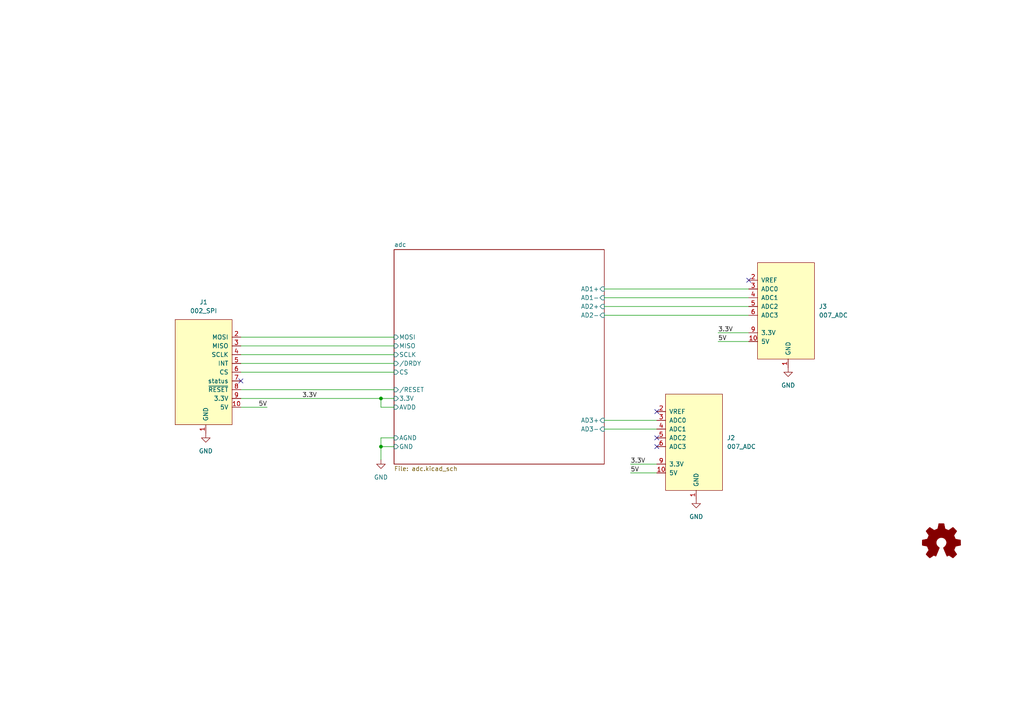
<source format=kicad_sch>
(kicad_sch (version 20211123) (generator eeschema)

  (uuid 57732dd3-1162-4c3f-88bd-31bf473d124d)

  (paper "A4")

  (lib_symbols
    (symbol "Graphic:Logo_Open_Hardware_Small" (pin_names (offset 1.016)) (in_bom yes) (on_board yes)
      (property "Reference" "#LOGO" (id 0) (at 0 6.985 0)
        (effects (font (size 1.27 1.27)) hide)
      )
      (property "Value" "Logo_Open_Hardware_Small" (id 1) (at 0 -5.715 0)
        (effects (font (size 1.27 1.27)) hide)
      )
      (property "Footprint" "" (id 2) (at 0 0 0)
        (effects (font (size 1.27 1.27)) hide)
      )
      (property "Datasheet" "~" (id 3) (at 0 0 0)
        (effects (font (size 1.27 1.27)) hide)
      )
      (property "ki_keywords" "Logo" (id 4) (at 0 0 0)
        (effects (font (size 1.27 1.27)) hide)
      )
      (property "ki_description" "Open Hardware logo, small" (id 5) (at 0 0 0)
        (effects (font (size 1.27 1.27)) hide)
      )
      (symbol "Logo_Open_Hardware_Small_0_1"
        (polyline
          (pts
            (xy 3.3528 -4.3434)
            (xy 3.302 -4.318)
            (xy 3.175 -4.2418)
            (xy 2.9972 -4.1148)
            (xy 2.7686 -3.9624)
            (xy 2.54 -3.81)
            (xy 2.3622 -3.7084)
            (xy 2.2352 -3.6068)
            (xy 2.1844 -3.5814)
            (xy 2.159 -3.6068)
            (xy 2.0574 -3.6576)
            (xy 1.905 -3.7338)
            (xy 1.8034 -3.7846)
            (xy 1.6764 -3.8354)
            (xy 1.6002 -3.8354)
            (xy 1.6002 -3.8354)
            (xy 1.5494 -3.7338)
            (xy 1.4732 -3.5306)
            (xy 1.3462 -3.302)
            (xy 1.2446 -3.0226)
            (xy 1.1176 -2.7178)
            (xy 0.9652 -2.413)
            (xy 0.8636 -2.1082)
            (xy 0.7366 -1.8288)
            (xy 0.6604 -1.6256)
            (xy 0.6096 -1.4732)
            (xy 0.5842 -1.397)
            (xy 0.5842 -1.397)
            (xy 0.6604 -1.3208)
            (xy 0.7874 -1.2446)
            (xy 1.0414 -1.016)
            (xy 1.2954 -0.6858)
            (xy 1.4478 -0.3302)
            (xy 1.524 0.0762)
            (xy 1.4732 0.4572)
            (xy 1.3208 0.8128)
            (xy 1.0668 1.143)
            (xy 0.762 1.3716)
            (xy 0.4064 1.524)
            (xy 0 1.5748)
            (xy -0.381 1.5494)
            (xy -0.7366 1.397)
            (xy -1.0668 1.143)
            (xy -1.2192 0.9906)
            (xy -1.397 0.6604)
            (xy -1.524 0.3048)
            (xy -1.524 0.2286)
            (xy -1.4986 -0.1778)
            (xy -1.397 -0.5334)
            (xy -1.1938 -0.8636)
            (xy -0.9144 -1.143)
            (xy -0.8636 -1.1684)
            (xy -0.7366 -1.27)
            (xy -0.635 -1.3462)
            (xy -0.5842 -1.397)
            (xy -1.0668 -2.5908)
            (xy -1.143 -2.794)
            (xy -1.2954 -3.1242)
            (xy -1.397 -3.4036)
            (xy -1.4986 -3.6322)
            (xy -1.5748 -3.7846)
            (xy -1.6002 -3.8354)
            (xy -1.6002 -3.8354)
            (xy -1.651 -3.8354)
            (xy -1.7272 -3.81)
            (xy -1.905 -3.7338)
            (xy -2.0066 -3.683)
            (xy -2.1336 -3.6068)
            (xy -2.2098 -3.5814)
            (xy -2.2606 -3.6068)
            (xy -2.3622 -3.683)
            (xy -2.54 -3.81)
            (xy -2.7686 -3.9624)
            (xy -2.9718 -4.0894)
            (xy -3.1496 -4.2164)
            (xy -3.302 -4.318)
            (xy -3.3528 -4.3434)
            (xy -3.3782 -4.3434)
            (xy -3.429 -4.318)
            (xy -3.5306 -4.2164)
            (xy -3.7084 -4.064)
            (xy -3.937 -3.8354)
            (xy -3.9624 -3.81)
            (xy -4.1656 -3.6068)
            (xy -4.318 -3.4544)
            (xy -4.4196 -3.3274)
            (xy -4.445 -3.2766)
            (xy -4.445 -3.2766)
            (xy -4.4196 -3.2258)
            (xy -4.318 -3.0734)
            (xy -4.2164 -2.8956)
            (xy -4.064 -2.667)
            (xy -3.6576 -2.0828)
            (xy -3.8862 -1.5494)
            (xy -3.937 -1.3716)
            (xy -4.0386 -1.1684)
            (xy -4.0894 -1.0414)
            (xy -4.1148 -0.9652)
            (xy -4.191 -0.9398)
            (xy -4.318 -0.9144)
            (xy -4.5466 -0.8636)
            (xy -4.8006 -0.8128)
            (xy -5.0546 -0.7874)
            (xy -5.2578 -0.7366)
            (xy -5.4356 -0.7112)
            (xy -5.5118 -0.6858)
            (xy -5.5118 -0.6858)
            (xy -5.5372 -0.635)
            (xy -5.5372 -0.5588)
            (xy -5.5372 -0.4318)
            (xy -5.5626 -0.2286)
            (xy -5.5626 0.0762)
            (xy -5.5626 0.127)
            (xy -5.5372 0.4064)
            (xy -5.5372 0.635)
            (xy -5.5372 0.762)
            (xy -5.5372 0.8382)
            (xy -5.5372 0.8382)
            (xy -5.461 0.8382)
            (xy -5.3086 0.889)
            (xy -5.08 0.9144)
            (xy -4.826 0.9652)
            (xy -4.8006 0.9906)
            (xy -4.5466 1.0414)
            (xy -4.318 1.0668)
            (xy -4.1656 1.1176)
            (xy -4.0894 1.143)
            (xy -4.0894 1.143)
            (xy -4.0386 1.2446)
            (xy -3.9624 1.4224)
            (xy -3.8608 1.6256)
            (xy -3.7846 1.8288)
            (xy -3.7084 2.0066)
            (xy -3.6576 2.159)
            (xy -3.6322 2.2098)
            (xy -3.6322 2.2098)
            (xy -3.683 2.286)
            (xy -3.7592 2.413)
            (xy -3.8862 2.5908)
            (xy -4.064 2.8194)
            (xy -4.064 2.8448)
            (xy -4.2164 3.0734)
            (xy -4.3434 3.2512)
            (xy -4.4196 3.3782)
            (xy -4.445 3.4544)
            (xy -4.445 3.4544)
            (xy -4.3942 3.5052)
            (xy -4.2926 3.6322)
            (xy -4.1148 3.81)
            (xy -3.937 4.0132)
            (xy -3.8608 4.064)
            (xy -3.6576 4.2926)
            (xy -3.5052 4.4196)
            (xy -3.4036 4.4958)
            (xy -3.3528 4.5212)
            (xy -3.3528 4.5212)
            (xy -3.302 4.4704)
            (xy -3.1496 4.3688)
            (xy -2.9718 4.2418)
            (xy -2.7432 4.0894)
            (xy -2.7178 4.0894)
            (xy -2.4892 3.937)
            (xy -2.3114 3.81)
            (xy -2.1844 3.7084)
            (xy -2.1336 3.683)
            (xy -2.1082 3.683)
            (xy -2.032 3.7084)
            (xy -1.8542 3.7592)
            (xy -1.6764 3.8354)
            (xy -1.4732 3.937)
            (xy -1.27 4.0132)
            (xy -1.143 4.064)
            (xy -1.0668 4.1148)
            (xy -1.0668 4.1148)
            (xy -1.0414 4.191)
            (xy -1.016 4.3434)
            (xy -0.9652 4.572)
            (xy -0.9144 4.8514)
            (xy -0.889 4.9022)
            (xy -0.8382 5.1562)
            (xy -0.8128 5.3848)
            (xy -0.7874 5.5372)
            (xy -0.762 5.588)
            (xy -0.7112 5.6134)
            (xy -0.5842 5.6134)
            (xy -0.4064 5.6134)
            (xy -0.1524 5.6134)
            (xy 0.0762 5.6134)
            (xy 0.3302 5.6134)
            (xy 0.5334 5.6134)
            (xy 0.6858 5.588)
            (xy 0.7366 5.588)
            (xy 0.7366 5.588)
            (xy 0.762 5.5118)
            (xy 0.8128 5.334)
            (xy 0.8382 5.1054)
            (xy 0.9144 4.826)
            (xy 0.9144 4.7752)
            (xy 0.9652 4.5212)
            (xy 1.016 4.2926)
            (xy 1.0414 4.1402)
            (xy 1.0668 4.0894)
            (xy 1.0668 4.0894)
            (xy 1.1938 4.0386)
            (xy 1.3716 3.9624)
            (xy 1.5748 3.8608)
            (xy 2.0828 3.6576)
            (xy 2.7178 4.0894)
            (xy 2.7686 4.1402)
            (xy 2.9972 4.2926)
            (xy 3.175 4.4196)
            (xy 3.302 4.4958)
            (xy 3.3782 4.5212)
            (xy 3.3782 4.5212)
            (xy 3.429 4.4704)
            (xy 3.556 4.3434)
            (xy 3.7338 4.191)
            (xy 3.9116 3.9878)
            (xy 4.064 3.8354)
            (xy 4.2418 3.6576)
            (xy 4.3434 3.556)
            (xy 4.4196 3.4798)
            (xy 4.4196 3.429)
            (xy 4.4196 3.4036)
            (xy 4.3942 3.3274)
            (xy 4.2926 3.2004)
            (xy 4.1656 2.9972)
            (xy 4.0132 2.794)
            (xy 3.8862 2.5908)
            (xy 3.7592 2.3876)
            (xy 3.6576 2.2352)
            (xy 3.6322 2.159)
            (xy 3.6322 2.1336)
            (xy 3.683 2.0066)
            (xy 3.7592 1.8288)
            (xy 3.8608 1.6002)
            (xy 4.064 1.1176)
            (xy 4.3942 1.0414)
            (xy 4.5974 1.016)
            (xy 4.8768 0.9652)
            (xy 5.1308 0.9144)
            (xy 5.5372 0.8382)
            (xy 5.5626 -0.6604)
            (xy 5.4864 -0.6858)
            (xy 5.4356 -0.6858)
            (xy 5.2832 -0.7366)
            (xy 5.0546 -0.762)
            (xy 4.8006 -0.8128)
            (xy 4.5974 -0.8636)
            (xy 4.3688 -0.9144)
            (xy 4.2164 -0.9398)
            (xy 4.1402 -0.9398)
            (xy 4.1148 -0.9652)
            (xy 4.064 -1.0668)
            (xy 3.9878 -1.2446)
            (xy 3.9116 -1.4478)
            (xy 3.81 -1.651)
            (xy 3.7338 -1.8542)
            (xy 3.683 -2.0066)
            (xy 3.6576 -2.0828)
            (xy 3.683 -2.1336)
            (xy 3.7846 -2.2606)
            (xy 3.8862 -2.4638)
            (xy 4.0386 -2.667)
            (xy 4.191 -2.8956)
            (xy 4.318 -3.0734)
            (xy 4.3942 -3.2004)
            (xy 4.445 -3.2766)
            (xy 4.4196 -3.3274)
            (xy 4.3434 -3.429)
            (xy 4.1656 -3.5814)
            (xy 3.937 -3.8354)
            (xy 3.8862 -3.8608)
            (xy 3.683 -4.064)
            (xy 3.5306 -4.2164)
            (xy 3.4036 -4.318)
            (xy 3.3528 -4.3434)
          )
          (stroke (width 0) (type default) (color 0 0 0 0))
          (fill (type outline))
        )
      )
    )
    (symbol "power:GND" (power) (pin_names (offset 0)) (in_bom yes) (on_board yes)
      (property "Reference" "#PWR" (id 0) (at 0 -6.35 0)
        (effects (font (size 1.27 1.27)) hide)
      )
      (property "Value" "GND" (id 1) (at 0 -3.81 0)
        (effects (font (size 1.27 1.27)))
      )
      (property "Footprint" "" (id 2) (at 0 0 0)
        (effects (font (size 1.27 1.27)) hide)
      )
      (property "Datasheet" "" (id 3) (at 0 0 0)
        (effects (font (size 1.27 1.27)) hide)
      )
      (property "ki_keywords" "power-flag" (id 4) (at 0 0 0)
        (effects (font (size 1.27 1.27)) hide)
      )
      (property "ki_description" "Power symbol creates a global label with name \"GND\" , ground" (id 5) (at 0 0 0)
        (effects (font (size 1.27 1.27)) hide)
      )
      (symbol "GND_0_1"
        (polyline
          (pts
            (xy 0 0)
            (xy 0 -1.27)
            (xy 1.27 -1.27)
            (xy 0 -2.54)
            (xy -1.27 -1.27)
            (xy 0 -1.27)
          )
          (stroke (width 0) (type default) (color 0 0 0 0))
          (fill (type none))
        )
      )
      (symbol "GND_1_1"
        (pin power_in line (at 0 0 270) (length 0) hide
          (name "GND" (effects (font (size 1.27 1.27))))
          (number "1" (effects (font (size 1.27 1.27))))
        )
      )
    )
    (symbol "put_on_edge:002_SPI" (pin_names (offset 1.016)) (in_bom yes) (on_board yes)
      (property "Reference" "J" (id 0) (at -1.27 13.97 0)
        (effects (font (size 1.27 1.27)))
      )
      (property "Value" "002_SPI" (id 1) (at 10.16 13.97 0)
        (effects (font (size 1.27 1.27)))
      )
      (property "Footprint" "" (id 2) (at 8.89 16.51 0)
        (effects (font (size 1.27 1.27)) hide)
      )
      (property "Datasheet" "" (id 3) (at 8.89 16.51 0)
        (effects (font (size 1.27 1.27)) hide)
      )
      (symbol "002_SPI_0_1"
        (rectangle (start -7.62 12.7) (end 8.89 -17.78)
          (stroke (width 0) (type default) (color 0 0 0 0))
          (fill (type background))
        )
      )
      (symbol "002_SPI_1_1"
        (pin power_in line (at 0 -20.32 90) (length 2.54)
          (name "GND" (effects (font (size 1.27 1.27))))
          (number "1" (effects (font (size 1.27 1.27))))
        )
        (pin power_in line (at -10.16 -12.7 0) (length 2.54)
          (name "5V" (effects (font (size 1.27 1.27))))
          (number "10" (effects (font (size 1.27 1.27))))
        )
        (pin bidirectional line (at -10.16 7.62 0) (length 2.54)
          (name "MOSI" (effects (font (size 1.27 1.27))))
          (number "2" (effects (font (size 1.27 1.27))))
        )
        (pin bidirectional line (at -10.16 5.08 0) (length 2.54)
          (name "MISO" (effects (font (size 1.27 1.27))))
          (number "3" (effects (font (size 1.27 1.27))))
        )
        (pin bidirectional line (at -10.16 2.54 0) (length 2.54)
          (name "SCLK" (effects (font (size 1.27 1.27))))
          (number "4" (effects (font (size 1.27 1.27))))
        )
        (pin bidirectional line (at -10.16 0 0) (length 2.54)
          (name "INT" (effects (font (size 1.27 1.27))))
          (number "5" (effects (font (size 1.27 1.27))))
        )
        (pin bidirectional line (at -10.16 -2.54 0) (length 2.54)
          (name "CS" (effects (font (size 1.27 1.27))))
          (number "6" (effects (font (size 1.27 1.27))))
        )
        (pin bidirectional line (at -10.16 -5.08 0) (length 2.54)
          (name "status" (effects (font (size 1.27 1.27))))
          (number "7" (effects (font (size 1.27 1.27))))
        )
        (pin bidirectional line (at -10.16 -7.62 0) (length 2.54)
          (name "~{RESET}" (effects (font (size 1.27 1.27))))
          (number "8" (effects (font (size 1.27 1.27))))
        )
        (pin power_in line (at -10.16 -10.16 0) (length 2.54)
          (name "3.3V" (effects (font (size 1.27 1.27))))
          (number "9" (effects (font (size 1.27 1.27))))
        )
      )
    )
    (symbol "put_on_edge:007_ADC" (pin_names (offset 1.016)) (in_bom yes) (on_board yes)
      (property "Reference" "J" (id 0) (at -2.54 13.97 0)
        (effects (font (size 1.27 1.27)))
      )
      (property "Value" "007_ADC" (id 1) (at 8.89 13.97 0)
        (effects (font (size 1.27 1.27)))
      )
      (property "Footprint" "" (id 2) (at 7.62 16.51 0)
        (effects (font (size 1.27 1.27)) hide)
      )
      (property "Datasheet" "" (id 3) (at 7.62 16.51 0)
        (effects (font (size 1.27 1.27)) hide)
      )
      (symbol "007_ADC_0_1"
        (rectangle (start -8.89 12.7) (end 7.62 -15.24)
          (stroke (width 0) (type default) (color 0 0 0 0))
          (fill (type background))
        )
      )
      (symbol "007_ADC_1_1"
        (pin power_in line (at 0 -17.78 90) (length 2.54)
          (name "GND" (effects (font (size 1.27 1.27))))
          (number "1" (effects (font (size 1.27 1.27))))
        )
        (pin bidirectional line (at -11.43 -10.16 0) (length 2.54)
          (name "5V" (effects (font (size 1.27 1.27))))
          (number "10" (effects (font (size 1.27 1.27))))
        )
        (pin bidirectional line (at -11.43 7.62 0) (length 2.54)
          (name "VREF" (effects (font (size 1.27 1.27))))
          (number "2" (effects (font (size 1.27 1.27))))
        )
        (pin power_in line (at -11.43 5.08 0) (length 2.54)
          (name "ADC0" (effects (font (size 1.27 1.27))))
          (number "3" (effects (font (size 1.27 1.27))))
        )
        (pin bidirectional line (at -11.43 2.54 0) (length 2.54)
          (name "ADC1" (effects (font (size 1.27 1.27))))
          (number "4" (effects (font (size 1.27 1.27))))
        )
        (pin bidirectional line (at -11.43 0 0) (length 2.54)
          (name "ADC2" (effects (font (size 1.27 1.27))))
          (number "5" (effects (font (size 1.27 1.27))))
        )
        (pin bidirectional line (at -11.43 -2.54 0) (length 2.54)
          (name "ADC3" (effects (font (size 1.27 1.27))))
          (number "6" (effects (font (size 1.27 1.27))))
        )
        (pin bidirectional line (at -11.43 -7.62 0) (length 2.54)
          (name "3.3V" (effects (font (size 1.27 1.27))))
          (number "9" (effects (font (size 1.27 1.27))))
        )
      )
    )
  )

  (junction (at 110.49 115.57) (diameter 0) (color 0 0 0 0)
    (uuid 8c40d146-2797-4e58-b3b3-c8c26882d74f)
  )
  (junction (at 110.49 129.54) (diameter 0) (color 0 0 0 0)
    (uuid ce7e52ef-3162-46b8-862f-d4f852e0564c)
  )

  (no_connect (at 217.17 81.28) (uuid 31cee04e-0096-4ff1-ba03-07afe3f23d79))
  (no_connect (at 69.85 110.49) (uuid 35941f79-af6c-4716-a8d4-6221b6cade50))
  (no_connect (at 190.5 129.54) (uuid 36fa0aa0-eba7-4cb4-9dfa-a8f69813214c))
  (no_connect (at 190.5 127) (uuid 7f299320-dfd1-4b5f-8420-dda3f5a18ece))
  (no_connect (at 190.5 119.38) (uuid fb142929-3b5a-47e1-aa25-3e38ab3a3e61))

  (wire (pts (xy 175.26 86.36) (xy 217.17 86.36))
    (stroke (width 0) (type default) (color 0 0 0 0))
    (uuid 049b369a-9b6f-4b82-90d3-d61906fc047f)
  )
  (wire (pts (xy 208.28 99.06) (xy 217.17 99.06))
    (stroke (width 0) (type default) (color 0 0 0 0))
    (uuid 3afeb047-8197-4a13-9293-bd550ecb8590)
  )
  (wire (pts (xy 114.3 118.11) (xy 110.49 118.11))
    (stroke (width 0) (type default) (color 0 0 0 0))
    (uuid 40c447e7-9c81-47e8-a5f5-a389080031e0)
  )
  (wire (pts (xy 69.85 115.57) (xy 110.49 115.57))
    (stroke (width 0) (type default) (color 0 0 0 0))
    (uuid 507e0ba7-2380-4c03-8bf4-172a96509d19)
  )
  (wire (pts (xy 110.49 115.57) (xy 114.3 115.57))
    (stroke (width 0) (type default) (color 0 0 0 0))
    (uuid 69028bde-9909-42ff-b296-31e7815ae335)
  )
  (wire (pts (xy 182.88 134.62) (xy 190.5 134.62))
    (stroke (width 0) (type default) (color 0 0 0 0))
    (uuid 69415b39-04bc-472e-aa81-ae68a452eb17)
  )
  (wire (pts (xy 110.49 133.35) (xy 110.49 129.54))
    (stroke (width 0) (type default) (color 0 0 0 0))
    (uuid 704332b1-56c2-483b-923e-eae4673955e0)
  )
  (wire (pts (xy 69.85 113.03) (xy 114.3 113.03))
    (stroke (width 0) (type default) (color 0 0 0 0))
    (uuid 7391aa05-d947-4b7d-925a-196eb6522a74)
  )
  (wire (pts (xy 175.26 91.44) (xy 217.17 91.44))
    (stroke (width 0) (type default) (color 0 0 0 0))
    (uuid 74b278f4-878d-4976-8281-86d1b6f939fe)
  )
  (wire (pts (xy 69.85 100.33) (xy 114.3 100.33))
    (stroke (width 0) (type default) (color 0 0 0 0))
    (uuid 8361f223-f26b-484c-955a-0da03c72f0d4)
  )
  (wire (pts (xy 114.3 127) (xy 110.49 127))
    (stroke (width 0) (type default) (color 0 0 0 0))
    (uuid 8ef5565d-613f-4262-924e-cec67c58a8cf)
  )
  (wire (pts (xy 110.49 118.11) (xy 110.49 115.57))
    (stroke (width 0) (type default) (color 0 0 0 0))
    (uuid 8fbfe49d-e724-43d7-97fc-be0661486c85)
  )
  (wire (pts (xy 110.49 127) (xy 110.49 129.54))
    (stroke (width 0) (type default) (color 0 0 0 0))
    (uuid 98c08ba7-a2e0-44db-913d-6a8e09b35e2b)
  )
  (wire (pts (xy 175.26 88.9) (xy 217.17 88.9))
    (stroke (width 0) (type default) (color 0 0 0 0))
    (uuid 99aaf6b3-48b0-415a-ac8f-c12fc06dd22c)
  )
  (wire (pts (xy 77.47 118.11) (xy 69.85 118.11))
    (stroke (width 0) (type default) (color 0 0 0 0))
    (uuid 9a63ac4c-dcf7-4431-8c43-64cbd9d14f9a)
  )
  (wire (pts (xy 69.85 107.95) (xy 114.3 107.95))
    (stroke (width 0) (type default) (color 0 0 0 0))
    (uuid 9bea45f0-aa14-48ce-a6a1-bede991f4c58)
  )
  (wire (pts (xy 69.85 102.87) (xy 114.3 102.87))
    (stroke (width 0) (type default) (color 0 0 0 0))
    (uuid a666b32e-a60e-4dc1-a463-a3c19cb4f8dd)
  )
  (wire (pts (xy 69.85 105.41) (xy 114.3 105.41))
    (stroke (width 0) (type default) (color 0 0 0 0))
    (uuid a6cf051a-57f2-408f-8fdc-066596f77ff2)
  )
  (wire (pts (xy 175.26 121.92) (xy 190.5 121.92))
    (stroke (width 0) (type default) (color 0 0 0 0))
    (uuid ae7f37f7-4d12-47f7-b65c-2a15986d0093)
  )
  (wire (pts (xy 110.49 129.54) (xy 114.3 129.54))
    (stroke (width 0) (type default) (color 0 0 0 0))
    (uuid b1377d17-4015-40ad-9109-0af7e217c93d)
  )
  (wire (pts (xy 175.26 83.82) (xy 217.17 83.82))
    (stroke (width 0) (type default) (color 0 0 0 0))
    (uuid b7cc38bb-b964-4db2-8f1f-3b71baa08b22)
  )
  (wire (pts (xy 69.85 97.79) (xy 114.3 97.79))
    (stroke (width 0) (type default) (color 0 0 0 0))
    (uuid ce5f1cc0-ae4d-4c08-8c5c-68571f0fea6e)
  )
  (wire (pts (xy 182.88 137.16) (xy 190.5 137.16))
    (stroke (width 0) (type default) (color 0 0 0 0))
    (uuid e35d25df-67ca-49df-af34-40d2f3759616)
  )
  (wire (pts (xy 208.28 96.52) (xy 217.17 96.52))
    (stroke (width 0) (type default) (color 0 0 0 0))
    (uuid f505a30f-ab2a-4ab2-aae5-7d7754f77ed9)
  )
  (wire (pts (xy 175.26 124.46) (xy 190.5 124.46))
    (stroke (width 0) (type default) (color 0 0 0 0))
    (uuid f7e487cf-19b3-470f-b749-d00025a2ef85)
  )

  (label "3.3V" (at 87.63 115.57 0)
    (effects (font (size 1.27 1.27)) (justify left bottom))
    (uuid 0763b609-706c-416e-b6a3-0aa3f2db2c6e)
  )
  (label "5V" (at 77.47 118.11 180)
    (effects (font (size 1.27 1.27)) (justify right bottom))
    (uuid 2f47aed1-77b9-4404-8aa6-496a3e66d828)
  )
  (label "3.3V" (at 208.28 96.52 0)
    (effects (font (size 1.27 1.27)) (justify left bottom))
    (uuid 3b99b3ff-0609-487a-a7ab-9b9627286ea5)
  )
  (label "5V" (at 182.88 137.16 0)
    (effects (font (size 1.27 1.27)) (justify left bottom))
    (uuid 6546d609-00bd-4a60-ac51-70d4dcc2d0d1)
  )
  (label "5V" (at 208.28 99.06 0)
    (effects (font (size 1.27 1.27)) (justify left bottom))
    (uuid 69c2c176-3c6b-407b-bb71-e199dd9791de)
  )
  (label "3.3V" (at 182.88 134.62 0)
    (effects (font (size 1.27 1.27)) (justify left bottom))
    (uuid e473cb11-55df-4f74-a3a3-fa5b87c6e9fb)
  )

  (symbol (lib_id "put_on_edge:002_SPI") (at 59.69 105.41 0) (mirror y) (unit 1)
    (in_bom yes) (on_board yes) (fields_autoplaced)
    (uuid 58e37701-2d7e-416e-8006-dcb5291155a8)
    (property "Reference" "J1" (id 0) (at 59.055 87.63 0))
    (property "Value" "002_SPI" (id 1) (at 59.055 90.17 0))
    (property "Footprint" "on_edge:on_edge_2x05_device" (id 2) (at 50.8 88.9 0)
      (effects (font (size 1.27 1.27)) hide)
    )
    (property "Datasheet" "" (id 3) (at 50.8 88.9 0)
      (effects (font (size 1.27 1.27)) hide)
    )
    (pin "1" (uuid ab678267-08f2-4b1b-b097-c354ff54d233))
    (pin "10" (uuid 71c1e1ad-dea3-437d-a251-546322e45d83))
    (pin "2" (uuid 511fb6a5-9970-4be5-bd2c-427d59fb9a55))
    (pin "3" (uuid 5c3e6a49-6ac0-437d-b5a7-67468604d3eb))
    (pin "4" (uuid 0500d33b-7375-4551-827a-cbafb023d76f))
    (pin "5" (uuid 9d056445-ba95-40df-bec0-0d7bf6bd69c4))
    (pin "6" (uuid 9dd076f8-0ccc-401e-86f0-c3db600508f0))
    (pin "7" (uuid a790035e-b239-4d5b-8abc-0d5f7b5cec9a))
    (pin "8" (uuid a06c4e4a-b392-4f33-a337-ca5b07dc5e29))
    (pin "9" (uuid 2a17b262-cbf6-44ad-ba06-672d8366d765))
  )

  (symbol (lib_id "put_on_edge:007_ADC") (at 228.6 88.9 0) (unit 1)
    (in_bom yes) (on_board yes) (fields_autoplaced)
    (uuid 5ac8516c-2032-4f5a-8707-bdcef57a7af1)
    (property "Reference" "J3" (id 0) (at 237.49 88.8999 0)
      (effects (font (size 1.27 1.27)) (justify left))
    )
    (property "Value" "007_ADC" (id 1) (at 237.49 91.4399 0)
      (effects (font (size 1.27 1.27)) (justify left))
    )
    (property "Footprint" "on_edge:on_edge_2x05_host" (id 2) (at 236.22 72.39 0)
      (effects (font (size 1.27 1.27)) hide)
    )
    (property "Datasheet" "" (id 3) (at 236.22 72.39 0)
      (effects (font (size 1.27 1.27)) hide)
    )
    (pin "1" (uuid ecd10191-fe4e-4145-82dd-a4b40212c262))
    (pin "10" (uuid c20df298-9ae7-42f3-bfd9-4eb8f88f2f85))
    (pin "2" (uuid ccc66d82-0271-4767-88e4-1b3d01808bf1))
    (pin "3" (uuid bdac49ee-209a-4661-ae7b-db2fcbfa6737))
    (pin "4" (uuid e89ad731-2e74-4368-9d66-bde1f0df5259))
    (pin "5" (uuid 91279dfc-3622-4cb4-8c88-687e1fb2fbcc))
    (pin "6" (uuid 2966fbf9-679f-4b06-a347-178bb06a662d))
    (pin "9" (uuid e40fa3e0-c9af-4682-9384-04488ff63e6c))
  )

  (symbol (lib_id "power:GND") (at 228.6 106.68 0) (unit 1)
    (in_bom yes) (on_board yes) (fields_autoplaced)
    (uuid 5d1018b6-f5d1-41e3-9c17-3360dd3bea09)
    (property "Reference" "#PWR0103" (id 0) (at 228.6 113.03 0)
      (effects (font (size 1.27 1.27)) hide)
    )
    (property "Value" "GND" (id 1) (at 228.6 111.76 0))
    (property "Footprint" "" (id 2) (at 228.6 106.68 0)
      (effects (font (size 1.27 1.27)) hide)
    )
    (property "Datasheet" "" (id 3) (at 228.6 106.68 0)
      (effects (font (size 1.27 1.27)) hide)
    )
    (pin "1" (uuid 93780b98-72ff-4954-816b-45b413e7da81))
  )

  (symbol (lib_id "put_on_edge:007_ADC") (at 201.93 127 0) (unit 1)
    (in_bom yes) (on_board yes) (fields_autoplaced)
    (uuid 6df854fe-8e77-4a9a-84ee-8033c5577bbf)
    (property "Reference" "J2" (id 0) (at 210.82 126.9999 0)
      (effects (font (size 1.27 1.27)) (justify left))
    )
    (property "Value" "007_ADC" (id 1) (at 210.82 129.5399 0)
      (effects (font (size 1.27 1.27)) (justify left))
    )
    (property "Footprint" "on_edge:on_edge_2x05_host" (id 2) (at 209.55 110.49 0)
      (effects (font (size 1.27 1.27)) hide)
    )
    (property "Datasheet" "" (id 3) (at 209.55 110.49 0)
      (effects (font (size 1.27 1.27)) hide)
    )
    (pin "1" (uuid 4b91d17c-a157-41bf-b0f0-679a526e6d13))
    (pin "10" (uuid 343caaf2-224d-4b77-9937-ca68684e0bb1))
    (pin "2" (uuid 7b591f33-990b-45c8-a71f-6fdf695d21a8))
    (pin "3" (uuid 55aadbe6-73a1-4a7d-b56d-239749ec7e87))
    (pin "4" (uuid 88e0afea-9afc-407d-97f4-d8c8de83059e))
    (pin "5" (uuid 8650cf30-35da-4b9e-815a-fb28211840b6))
    (pin "6" (uuid 8e5f6898-45dc-4326-aba6-37e58c7aae7e))
    (pin "9" (uuid e4957a64-f09c-40e2-9377-1a7689cb4846))
  )

  (symbol (lib_id "power:GND") (at 59.69 125.73 0) (unit 1)
    (in_bom yes) (on_board yes) (fields_autoplaced)
    (uuid 958f54c2-1cf9-4b1f-adcd-82ac59cc056e)
    (property "Reference" "#PWR0101" (id 0) (at 59.69 132.08 0)
      (effects (font (size 1.27 1.27)) hide)
    )
    (property "Value" "GND" (id 1) (at 59.69 130.81 0))
    (property "Footprint" "" (id 2) (at 59.69 125.73 0)
      (effects (font (size 1.27 1.27)) hide)
    )
    (property "Datasheet" "" (id 3) (at 59.69 125.73 0)
      (effects (font (size 1.27 1.27)) hide)
    )
    (pin "1" (uuid 667d7629-92e1-4758-80eb-69611851bb2b))
  )

  (symbol (lib_id "Graphic:Logo_Open_Hardware_Small") (at 273.05 157.48 0) (unit 1)
    (in_bom yes) (on_board yes) (fields_autoplaced)
    (uuid b72b6f4a-7489-40f2-bb90-d75ae01aa368)
    (property "Reference" "LOGO1" (id 0) (at 273.05 150.495 0)
      (effects (font (size 1.27 1.27)) hide)
    )
    (property "Value" "Logo_Open_Hardware_Small" (id 1) (at 273.05 163.195 0)
      (effects (font (size 1.27 1.27)) hide)
    )
    (property "Footprint" "Symbol:OSHW-Symbol_6.7x6mm_SilkScreen" (id 2) (at 273.05 157.48 0)
      (effects (font (size 1.27 1.27)) hide)
    )
    (property "Datasheet" "~" (id 3) (at 273.05 157.48 0)
      (effects (font (size 1.27 1.27)) hide)
    )
  )

  (symbol (lib_id "power:GND") (at 110.49 133.35 0) (unit 1)
    (in_bom yes) (on_board yes) (fields_autoplaced)
    (uuid c61199a9-255e-4159-8fb1-f4ddbe2b62cb)
    (property "Reference" "#PWR0104" (id 0) (at 110.49 139.7 0)
      (effects (font (size 1.27 1.27)) hide)
    )
    (property "Value" "GND" (id 1) (at 110.49 138.43 0))
    (property "Footprint" "" (id 2) (at 110.49 133.35 0)
      (effects (font (size 1.27 1.27)) hide)
    )
    (property "Datasheet" "" (id 3) (at 110.49 133.35 0)
      (effects (font (size 1.27 1.27)) hide)
    )
    (pin "1" (uuid 8a009854-c390-431d-bbe2-0ab73cc466da))
  )

  (symbol (lib_id "power:GND") (at 201.93 144.78 0) (unit 1)
    (in_bom yes) (on_board yes) (fields_autoplaced)
    (uuid e64f083e-a80a-468b-a219-29cdab691ba4)
    (property "Reference" "#PWR0102" (id 0) (at 201.93 151.13 0)
      (effects (font (size 1.27 1.27)) hide)
    )
    (property "Value" "GND" (id 1) (at 201.93 149.86 0))
    (property "Footprint" "" (id 2) (at 201.93 144.78 0)
      (effects (font (size 1.27 1.27)) hide)
    )
    (property "Datasheet" "" (id 3) (at 201.93 144.78 0)
      (effects (font (size 1.27 1.27)) hide)
    )
    (pin "1" (uuid 6ee0a9c3-dfb3-428c-9e8e-c11c37f2d4ff))
  )

  (sheet (at 114.3 72.39) (size 60.96 62.23) (fields_autoplaced)
    (stroke (width 0.1524) (type solid) (color 0 0 0 0))
    (fill (color 0 0 0 0.0000))
    (uuid 767ce4c6-0e55-4543-92f0-34cb8237a544)
    (property "Sheet name" "adc" (id 0) (at 114.3 71.6784 0)
      (effects (font (size 1.27 1.27)) (justify left bottom))
    )
    (property "Sheet file" "adc.kicad_sch" (id 1) (at 114.3 135.2046 0)
      (effects (font (size 1.27 1.27)) (justify left top))
    )
    (pin "GND" input (at 114.3 129.54 180)
      (effects (font (size 1.27 1.27)) (justify left))
      (uuid 42cd460c-915a-4cfc-a28e-f655bc52e46a)
    )
    (pin "3.3V" input (at 114.3 115.57 180)
      (effects (font (size 1.27 1.27)) (justify left))
      (uuid d51f6ba7-2c38-4cc5-8c22-9d96286afba9)
    )
    (pin "MOSI" input (at 114.3 97.79 180)
      (effects (font (size 1.27 1.27)) (justify left))
      (uuid cff55f4b-1c3e-48ae-85bd-15d8e11d657b)
    )
    (pin "SCLK" input (at 114.3 102.87 180)
      (effects (font (size 1.27 1.27)) (justify left))
      (uuid d74c8d14-a272-4d00-bd90-c95d2a2100e5)
    )
    (pin "MISO" input (at 114.3 100.33 180)
      (effects (font (size 1.27 1.27)) (justify left))
      (uuid 89d577e9-7f9c-4a03-9d92-037958e68510)
    )
    (pin "{slash}DRDY" input (at 114.3 105.41 180)
      (effects (font (size 1.27 1.27)) (justify left))
      (uuid 8982b316-20e2-4794-9ba3-817cee5c6244)
    )
    (pin "CS" input (at 114.3 107.95 180)
      (effects (font (size 1.27 1.27)) (justify left))
      (uuid af749d88-e2b4-40d6-9599-9d6a685b2b91)
    )
    (pin "{slash}RESET" input (at 114.3 113.03 180)
      (effects (font (size 1.27 1.27)) (justify left))
      (uuid a38a8a9b-4e14-4469-b58e-724139966a8b)
    )
    (pin "AD3+" input (at 175.26 121.92 0)
      (effects (font (size 1.27 1.27)) (justify right))
      (uuid 250897e3-6c93-4792-a5e5-44790bfe9602)
    )
    (pin "AD2-" input (at 175.26 91.44 0)
      (effects (font (size 1.27 1.27)) (justify right))
      (uuid 07f405b4-8935-45ef-862f-e8592d60ab83)
    )
    (pin "AD3-" input (at 175.26 124.46 0)
      (effects (font (size 1.27 1.27)) (justify right))
      (uuid 5670fbe7-9e6b-483a-b908-02edccb8d875)
    )
    (pin "AD2+" input (at 175.26 88.9 0)
      (effects (font (size 1.27 1.27)) (justify right))
      (uuid f453452e-1ea7-4fee-aed0-c3d3655c03d1)
    )
    (pin "AD1+" input (at 175.26 83.82 0)
      (effects (font (size 1.27 1.27)) (justify right))
      (uuid 08d54e55-fe90-44ea-8167-1ffcf815af72)
    )
    (pin "AD1-" input (at 175.26 86.36 0)
      (effects (font (size 1.27 1.27)) (justify right))
      (uuid 35b0523d-43b2-4504-ad91-9cfe1f1b2e2e)
    )
    (pin "AVDD" input (at 114.3 118.11 180)
      (effects (font (size 1.27 1.27)) (justify left))
      (uuid 1458fc0c-9cc3-4f3e-8490-6f0d62996953)
    )
    (pin "AGND" input (at 114.3 127 180)
      (effects (font (size 1.27 1.27)) (justify left))
      (uuid b94f6fda-6a9d-4b4f-95f5-69a69f533011)
    )
  )

  (sheet_instances
    (path "/" (page "1"))
    (path "/767ce4c6-0e55-4543-92f0-34cb8237a544" (page "2"))
  )

  (symbol_instances
    (path "/958f54c2-1cf9-4b1f-adcd-82ac59cc056e"
      (reference "#PWR0101") (unit 1) (value "GND") (footprint "")
    )
    (path "/e64f083e-a80a-468b-a219-29cdab691ba4"
      (reference "#PWR0102") (unit 1) (value "GND") (footprint "")
    )
    (path "/5d1018b6-f5d1-41e3-9c17-3360dd3bea09"
      (reference "#PWR0103") (unit 1) (value "GND") (footprint "")
    )
    (path "/c61199a9-255e-4159-8fb1-f4ddbe2b62cb"
      (reference "#PWR0104") (unit 1) (value "GND") (footprint "")
    )
    (path "/767ce4c6-0e55-4543-92f0-34cb8237a544/25b6f9fa-2014-43c8-81c2-b961613061bc"
      (reference "C1") (unit 1) (value "100nF") (footprint "Capacitor_SMD:C_0603_1608Metric")
    )
    (path "/767ce4c6-0e55-4543-92f0-34cb8237a544/670e41d1-d9a5-46ed-888c-7721e1915ea2"
      (reference "C2") (unit 1) (value "220nF") (footprint "Capacitor_SMD:C_0603_1608Metric")
    )
    (path "/767ce4c6-0e55-4543-92f0-34cb8237a544/578fb0d3-a5b8-41b7-ae47-b1053066a9fe"
      (reference "C3") (unit 1) (value "100nF") (footprint "Capacitor_SMD:C_0603_1608Metric")
    )
    (path "/767ce4c6-0e55-4543-92f0-34cb8237a544/d5c1f526-0ad5-4e7f-b1e7-e890067d1422"
      (reference "C4") (unit 1) (value "100nF") (footprint "Capacitor_SMD:C_0603_1608Metric")
    )
    (path "/767ce4c6-0e55-4543-92f0-34cb8237a544/8ff5d142-baab-4c59-8625-8f4a54fec020"
      (reference "C5") (unit 1) (value "100nF") (footprint "Capacitor_SMD:C_0603_1608Metric")
    )
    (path "/58e37701-2d7e-416e-8006-dcb5291155a8"
      (reference "J1") (unit 1) (value "002_SPI") (footprint "on_edge:on_edge_2x05_device")
    )
    (path "/6df854fe-8e77-4a9a-84ee-8033c5577bbf"
      (reference "J2") (unit 1) (value "007_ADC") (footprint "on_edge:on_edge_2x05_host")
    )
    (path "/5ac8516c-2032-4f5a-8707-bdcef57a7af1"
      (reference "J3") (unit 1) (value "007_ADC") (footprint "on_edge:on_edge_2x05_host")
    )
    (path "/b72b6f4a-7489-40f2-bb90-d75ae01aa368"
      (reference "LOGO1") (unit 1) (value "Logo_Open_Hardware_Small") (footprint "Symbol:OSHW-Symbol_6.7x6mm_SilkScreen")
    )
    (path "/767ce4c6-0e55-4543-92f0-34cb8237a544/b68c3636-b11c-4561-8730-ed9d6b14bccd"
      (reference "U1") (unit 1) (value "ADS131M03") (footprint "Package_DFN_QFN:WQFN-20-1EP_3x3mm_P0.4mm_EP1.7x1.7mm")
    )
    (path "/767ce4c6-0e55-4543-92f0-34cb8237a544/39032e4b-db9a-4e8d-b959-8b69291865b2"
      (reference "X1") (unit 1) (value "8MhZ") (footprint "Oscillator:Oscillator_SMD_EuroQuartz_XO32-4Pin_3.2x2.5mm")
    )
  )
)

</source>
